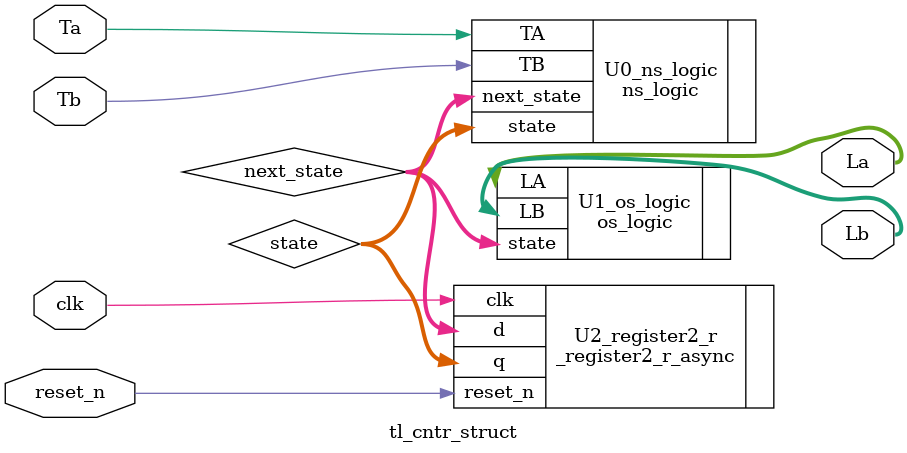
<source format=v>
module tl_cntr_struct(clk, reset_n, Ta, Tb, La, Lb);
    // Inputs
    input clk, reset_n, Ta, Tb; // Clock, reset, and input signals Ta, Tb
    
    // Outputs
    output [1:0] La, Lb; // 2-bit outputs La, Lb
    
    // Internal wires
    wire [1:0] state; // 2-bit state wire
    wire [1:0] next_state; // 2-bit next state wire

    // Instantiate ns_logic module
    ns_logic U0_ns_logic(.TA(Ta), .TB(Tb), .state(state), .next_state(next_state));
    
    // Instantiate os_logic module
    os_logic U1_os_logic(.state(next_state), .LA(La), .LB(Lb));
    
    // Instantiate _register2_r_async module
    _register2_r_async U2_register2_r(.clk(clk), .reset_n(reset_n), .d(next_state), .q(state));
endmodule

</source>
